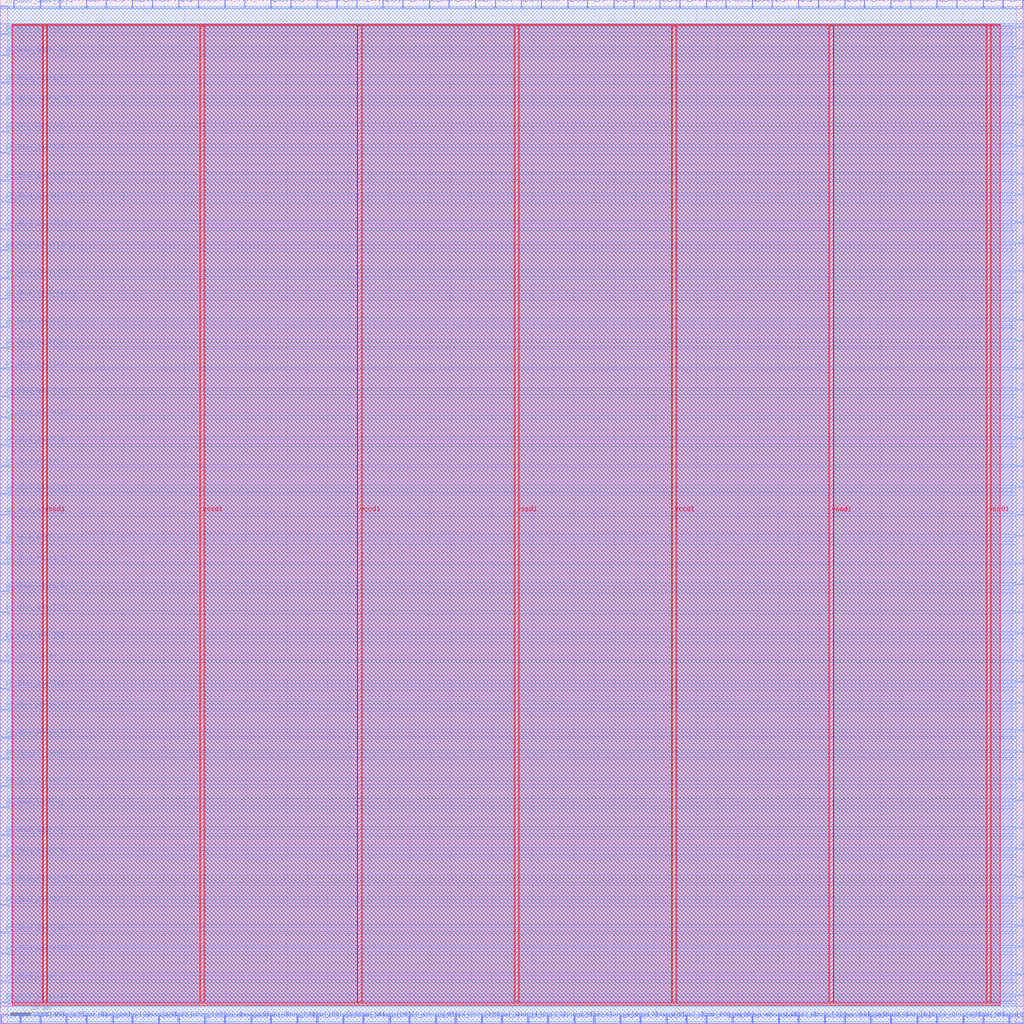
<source format=lef>
VERSION 5.7 ;
  NOWIREEXTENSIONATPIN ON ;
  DIVIDERCHAR "/" ;
  BUSBITCHARS "[]" ;
MACRO Core
  CLASS BLOCK ;
  FOREIGN Core ;
  ORIGIN 0.000 0.000 ;
  SIZE 500.000 BY 500.000 ;
  PIN clock
    DIRECTION INPUT ;
    USE SIGNAL ;
    PORT
      LAYER met2 ;
        RECT 96.690 496.000 96.970 500.000 ;
    END
  END clock
  PIN io_dbus_addr[0]
    DIRECTION OUTPUT TRISTATE ;
    USE SIGNAL ;
    PORT
      LAYER met2 ;
        RECT 492.750 0.000 493.030 4.000 ;
    END
  END io_dbus_addr[0]
  PIN io_dbus_addr[10]
    DIRECTION OUTPUT TRISTATE ;
    USE SIGNAL ;
    PORT
      LAYER met2 ;
        RECT 109.570 0.000 109.850 4.000 ;
    END
  END io_dbus_addr[10]
  PIN io_dbus_addr[11]
    DIRECTION OUTPUT TRISTATE ;
    USE SIGNAL ;
    PORT
      LAYER met2 ;
        RECT 367.170 0.000 367.450 4.000 ;
    END
  END io_dbus_addr[11]
  PIN io_dbus_addr[12]
    DIRECTION OUTPUT TRISTATE ;
    USE SIGNAL ;
    PORT
      LAYER met3 ;
        RECT 496.000 214.240 500.000 214.840 ;
    END
  END io_dbus_addr[12]
  PIN io_dbus_addr[13]
    DIRECTION OUTPUT TRISTATE ;
    USE SIGNAL ;
    PORT
      LAYER met2 ;
        RECT 322.090 496.000 322.370 500.000 ;
    END
  END io_dbus_addr[13]
  PIN io_dbus_addr[14]
    DIRECTION OUTPUT TRISTATE ;
    USE SIGNAL ;
    PORT
      LAYER met2 ;
        RECT 29.070 496.000 29.350 500.000 ;
    END
  END io_dbus_addr[14]
  PIN io_dbus_addr[15]
    DIRECTION OUTPUT TRISTATE ;
    USE SIGNAL ;
    PORT
      LAYER met3 ;
        RECT 0.000 258.440 4.000 259.040 ;
    END
  END io_dbus_addr[15]
  PIN io_dbus_addr[16]
    DIRECTION OUTPUT TRISTATE ;
    USE SIGNAL ;
    PORT
      LAYER met3 ;
        RECT 496.000 37.440 500.000 38.040 ;
    END
  END io_dbus_addr[16]
  PIN io_dbus_addr[17]
    DIRECTION OUTPUT TRISTATE ;
    USE SIGNAL ;
    PORT
      LAYER met2 ;
        RECT 479.870 496.000 480.150 500.000 ;
    END
  END io_dbus_addr[17]
  PIN io_dbus_addr[18]
    DIRECTION OUTPUT TRISTATE ;
    USE SIGNAL ;
    PORT
      LAYER met2 ;
        RECT 41.950 0.000 42.230 4.000 ;
    END
  END io_dbus_addr[18]
  PIN io_dbus_addr[19]
    DIRECTION OUTPUT TRISTATE ;
    USE SIGNAL ;
    PORT
      LAYER met3 ;
        RECT 0.000 282.240 4.000 282.840 ;
    END
  END io_dbus_addr[19]
  PIN io_dbus_addr[1]
    DIRECTION OUTPUT TRISTATE ;
    USE SIGNAL ;
    PORT
      LAYER met2 ;
        RECT 235.150 0.000 235.430 4.000 ;
    END
  END io_dbus_addr[1]
  PIN io_dbus_addr[20]
    DIRECTION OUTPUT TRISTATE ;
    USE SIGNAL ;
    PORT
      LAYER met3 ;
        RECT 0.000 496.440 4.000 497.040 ;
    END
  END io_dbus_addr[20]
  PIN io_dbus_addr[21]
    DIRECTION OUTPUT TRISTATE ;
    USE SIGNAL ;
    PORT
      LAYER met3 ;
        RECT 496.000 85.040 500.000 85.640 ;
    END
  END io_dbus_addr[21]
  PIN io_dbus_addr[22]
    DIRECTION OUTPUT TRISTATE ;
    USE SIGNAL ;
    PORT
      LAYER met2 ;
        RECT 231.930 496.000 232.210 500.000 ;
    END
  END io_dbus_addr[22]
  PIN io_dbus_addr[23]
    DIRECTION OUTPUT TRISTATE ;
    USE SIGNAL ;
    PORT
      LAYER met3 ;
        RECT 496.000 380.840 500.000 381.440 ;
    END
  END io_dbus_addr[23]
  PIN io_dbus_addr[24]
    DIRECTION OUTPUT TRISTATE ;
    USE SIGNAL ;
    PORT
      LAYER met3 ;
        RECT 0.000 472.640 4.000 473.240 ;
    END
  END io_dbus_addr[24]
  PIN io_dbus_addr[25]
    DIRECTION OUTPUT TRISTATE ;
    USE SIGNAL ;
    PORT
      LAYER met2 ;
        RECT 219.050 496.000 219.330 500.000 ;
    END
  END io_dbus_addr[25]
  PIN io_dbus_addr[26]
    DIRECTION OUTPUT TRISTATE ;
    USE SIGNAL ;
    PORT
      LAYER met2 ;
        RECT 286.670 496.000 286.950 500.000 ;
    END
  END io_dbus_addr[26]
  PIN io_dbus_addr[27]
    DIRECTION OUTPUT TRISTATE ;
    USE SIGNAL ;
    PORT
      LAYER met2 ;
        RECT 447.670 0.000 447.950 4.000 ;
    END
  END io_dbus_addr[27]
  PIN io_dbus_addr[28]
    DIRECTION OUTPUT TRISTATE ;
    USE SIGNAL ;
    PORT
      LAYER met3 ;
        RECT 496.000 391.040 500.000 391.640 ;
    END
  END io_dbus_addr[28]
  PIN io_dbus_addr[29]
    DIRECTION OUTPUT TRISTATE ;
    USE SIGNAL ;
    PORT
      LAYER met3 ;
        RECT 0.000 482.840 4.000 483.440 ;
    END
  END io_dbus_addr[29]
  PIN io_dbus_addr[2]
    DIRECTION OUTPUT TRISTATE ;
    USE SIGNAL ;
    PORT
      LAYER met2 ;
        RECT 119.230 496.000 119.510 500.000 ;
    END
  END io_dbus_addr[2]
  PIN io_dbus_addr[30]
    DIRECTION OUTPUT TRISTATE ;
    USE SIGNAL ;
    PORT
      LAYER met3 ;
        RECT 0.000 200.640 4.000 201.240 ;
    END
  END io_dbus_addr[30]
  PIN io_dbus_addr[31]
    DIRECTION OUTPUT TRISTATE ;
    USE SIGNAL ;
    PORT
      LAYER met3 ;
        RECT 0.000 306.040 4.000 306.640 ;
    END
  END io_dbus_addr[31]
  PIN io_dbus_addr[3]
    DIRECTION OUTPUT TRISTATE ;
    USE SIGNAL ;
    PORT
      LAYER met3 ;
        RECT 496.000 47.640 500.000 48.240 ;
    END
  END io_dbus_addr[3]
  PIN io_dbus_addr[4]
    DIRECTION OUTPUT TRISTATE ;
    USE SIGNAL ;
    PORT
      LAYER met3 ;
        RECT 496.000 476.040 500.000 476.640 ;
    END
  END io_dbus_addr[4]
  PIN io_dbus_addr[5]
    DIRECTION OUTPUT TRISTATE ;
    USE SIGNAL ;
    PORT
      LAYER met2 ;
        RECT 64.490 496.000 64.770 500.000 ;
    END
  END io_dbus_addr[5]
  PIN io_dbus_addr[6]
    DIRECTION OUTPUT TRISTATE ;
    USE SIGNAL ;
    PORT
      LAYER met2 ;
        RECT 402.590 0.000 402.870 4.000 ;
    END
  END io_dbus_addr[6]
  PIN io_dbus_addr[7]
    DIRECTION OUTPUT TRISTATE ;
    USE SIGNAL ;
    PORT
      LAYER met3 ;
        RECT 0.000 91.840 4.000 92.440 ;
    END
  END io_dbus_addr[7]
  PIN io_dbus_addr[8]
    DIRECTION OUTPUT TRISTATE ;
    USE SIGNAL ;
    PORT
      LAYER met2 ;
        RECT 425.130 0.000 425.410 4.000 ;
    END
  END io_dbus_addr[8]
  PIN io_dbus_addr[9]
    DIRECTION OUTPUT TRISTATE ;
    USE SIGNAL ;
    PORT
      LAYER met2 ;
        RECT 144.990 0.000 145.270 4.000 ;
    END
  END io_dbus_addr[9]
  PIN io_dbus_ld_type[0]
    DIRECTION OUTPUT TRISTATE ;
    USE SIGNAL ;
    PORT
      LAYER met3 ;
        RECT 0.000 353.640 4.000 354.240 ;
    END
  END io_dbus_ld_type[0]
  PIN io_dbus_ld_type[1]
    DIRECTION OUTPUT TRISTATE ;
    USE SIGNAL ;
    PORT
      LAYER met3 ;
        RECT 496.000 71.440 500.000 72.040 ;
    END
  END io_dbus_ld_type[1]
  PIN io_dbus_ld_type[2]
    DIRECTION OUTPUT TRISTATE ;
    USE SIGNAL ;
    PORT
      LAYER met2 ;
        RECT 389.710 0.000 389.990 4.000 ;
    END
  END io_dbus_ld_type[2]
  PIN io_dbus_rd_en
    DIRECTION OUTPUT TRISTATE ;
    USE SIGNAL ;
    PORT
      LAYER met3 ;
        RECT 0.000 176.840 4.000 177.440 ;
    END
  END io_dbus_rd_en
  PIN io_dbus_rdata[0]
    DIRECTION INPUT ;
    USE SIGNAL ;
    PORT
      LAYER met2 ;
        RECT 41.950 496.000 42.230 500.000 ;
    END
  END io_dbus_rdata[0]
  PIN io_dbus_rdata[10]
    DIRECTION INPUT ;
    USE SIGNAL ;
    PORT
      LAYER met2 ;
        RECT 19.410 496.000 19.690 500.000 ;
    END
  END io_dbus_rdata[10]
  PIN io_dbus_rdata[11]
    DIRECTION INPUT ;
    USE SIGNAL ;
    PORT
      LAYER met2 ;
        RECT 357.510 0.000 357.790 4.000 ;
    END
  END io_dbus_rdata[11]
  PIN io_dbus_rdata[12]
    DIRECTION INPUT ;
    USE SIGNAL ;
    PORT
      LAYER met2 ;
        RECT 444.450 496.000 444.730 500.000 ;
    END
  END io_dbus_rdata[12]
  PIN io_dbus_rdata[13]
    DIRECTION INPUT ;
    USE SIGNAL ;
    PORT
      LAYER met3 ;
        RECT 496.000 319.640 500.000 320.240 ;
    END
  END io_dbus_rdata[13]
  PIN io_dbus_rdata[14]
    DIRECTION INPUT ;
    USE SIGNAL ;
    PORT
      LAYER met2 ;
        RECT 309.210 496.000 309.490 500.000 ;
    END
  END io_dbus_rdata[14]
  PIN io_dbus_rdata[15]
    DIRECTION INPUT ;
    USE SIGNAL ;
    PORT
      LAYER met2 ;
        RECT 399.370 496.000 399.650 500.000 ;
    END
  END io_dbus_rdata[15]
  PIN io_dbus_rdata[16]
    DIRECTION INPUT ;
    USE SIGNAL ;
    PORT
      LAYER met3 ;
        RECT 0.000 224.440 4.000 225.040 ;
    END
  END io_dbus_rdata[16]
  PIN io_dbus_rdata[17]
    DIRECTION INPUT ;
    USE SIGNAL ;
    PORT
      LAYER met2 ;
        RECT 132.110 0.000 132.390 4.000 ;
    END
  END io_dbus_rdata[17]
  PIN io_dbus_rdata[18]
    DIRECTION INPUT ;
    USE SIGNAL ;
    PORT
      LAYER met2 ;
        RECT 457.330 496.000 457.610 500.000 ;
    END
  END io_dbus_rdata[18]
  PIN io_dbus_rdata[19]
    DIRECTION INPUT ;
    USE SIGNAL ;
    PORT
      LAYER met2 ;
        RECT 190.070 0.000 190.350 4.000 ;
    END
  END io_dbus_rdata[19]
  PIN io_dbus_rdata[1]
    DIRECTION INPUT ;
    USE SIGNAL ;
    PORT
      LAYER met2 ;
        RECT 312.430 0.000 312.710 4.000 ;
    END
  END io_dbus_rdata[1]
  PIN io_dbus_rdata[20]
    DIRECTION INPUT ;
    USE SIGNAL ;
    PORT
      LAYER met3 ;
        RECT 496.000 404.640 500.000 405.240 ;
    END
  END io_dbus_rdata[20]
  PIN io_dbus_rdata[21]
    DIRECTION INPUT ;
    USE SIGNAL ;
    PORT
      LAYER met3 ;
        RECT 496.000 272.040 500.000 272.640 ;
    END
  END io_dbus_rdata[21]
  PIN io_dbus_rdata[22]
    DIRECTION INPUT ;
    USE SIGNAL ;
    PORT
      LAYER met2 ;
        RECT 466.990 496.000 467.270 500.000 ;
    END
  END io_dbus_rdata[22]
  PIN io_dbus_rdata[23]
    DIRECTION INPUT ;
    USE SIGNAL ;
    PORT
      LAYER met2 ;
        RECT 209.390 496.000 209.670 500.000 ;
    END
  END io_dbus_rdata[23]
  PIN io_dbus_rdata[24]
    DIRECTION INPUT ;
    USE SIGNAL ;
    PORT
      LAYER met3 ;
        RECT 496.000 248.240 500.000 248.840 ;
    END
  END io_dbus_rdata[24]
  PIN io_dbus_rdata[25]
    DIRECTION INPUT ;
    USE SIGNAL ;
    PORT
      LAYER met2 ;
        RECT 132.110 496.000 132.390 500.000 ;
    END
  END io_dbus_rdata[25]
  PIN io_dbus_rdata[26]
    DIRECTION INPUT ;
    USE SIGNAL ;
    PORT
      LAYER met3 ;
        RECT 0.000 68.040 4.000 68.640 ;
    END
  END io_dbus_rdata[26]
  PIN io_dbus_rdata[27]
    DIRECTION INPUT ;
    USE SIGNAL ;
    PORT
      LAYER met2 ;
        RECT 173.970 496.000 174.250 500.000 ;
    END
  END io_dbus_rdata[27]
  PIN io_dbus_rdata[28]
    DIRECTION INPUT ;
    USE SIGNAL ;
    PORT
      LAYER met3 ;
        RECT 496.000 343.440 500.000 344.040 ;
    END
  END io_dbus_rdata[28]
  PIN io_dbus_rdata[29]
    DIRECTION INPUT ;
    USE SIGNAL ;
    PORT
      LAYER met2 ;
        RECT 334.970 0.000 335.250 4.000 ;
    END
  END io_dbus_rdata[29]
  PIN io_dbus_rdata[2]
    DIRECTION INPUT ;
    USE SIGNAL ;
    PORT
      LAYER met2 ;
        RECT 434.790 496.000 435.070 500.000 ;
    END
  END io_dbus_rdata[2]
  PIN io_dbus_rdata[30]
    DIRECTION INPUT ;
    USE SIGNAL ;
    PORT
      LAYER met2 ;
        RECT 499.190 496.000 499.470 500.000 ;
    END
  END io_dbus_rdata[30]
  PIN io_dbus_rdata[31]
    DIRECTION INPUT ;
    USE SIGNAL ;
    PORT
      LAYER met2 ;
        RECT 186.850 496.000 187.130 500.000 ;
    END
  END io_dbus_rdata[31]
  PIN io_dbus_rdata[3]
    DIRECTION INPUT ;
    USE SIGNAL ;
    PORT
      LAYER met2 ;
        RECT 222.270 0.000 222.550 4.000 ;
    END
  END io_dbus_rdata[3]
  PIN io_dbus_rdata[4]
    DIRECTION INPUT ;
    USE SIGNAL ;
    PORT
      LAYER met3 ;
        RECT 496.000 156.440 500.000 157.040 ;
    END
  END io_dbus_rdata[4]
  PIN io_dbus_rdata[5]
    DIRECTION INPUT ;
    USE SIGNAL ;
    PORT
      LAYER met3 ;
        RECT 496.000 23.840 500.000 24.440 ;
    END
  END io_dbus_rdata[5]
  PIN io_dbus_rdata[6]
    DIRECTION INPUT ;
    USE SIGNAL ;
    PORT
      LAYER met2 ;
        RECT 299.550 496.000 299.830 500.000 ;
    END
  END io_dbus_rdata[6]
  PIN io_dbus_rdata[7]
    DIRECTION INPUT ;
    USE SIGNAL ;
    PORT
      LAYER met3 ;
        RECT 496.000 438.640 500.000 439.240 ;
    END
  END io_dbus_rdata[7]
  PIN io_dbus_rdata[8]
    DIRECTION INPUT ;
    USE SIGNAL ;
    PORT
      LAYER met3 ;
        RECT 496.000 176.840 500.000 177.440 ;
    END
  END io_dbus_rdata[8]
  PIN io_dbus_rdata[9]
    DIRECTION INPUT ;
    USE SIGNAL ;
    PORT
      LAYER met2 ;
        RECT 302.770 0.000 303.050 4.000 ;
    END
  END io_dbus_rdata[9]
  PIN io_dbus_st_type[0]
    DIRECTION OUTPUT TRISTATE ;
    USE SIGNAL ;
    PORT
      LAYER met3 ;
        RECT 0.000 10.240 4.000 10.840 ;
    END
  END io_dbus_st_type[0]
  PIN io_dbus_st_type[1]
    DIRECTION OUTPUT TRISTATE ;
    USE SIGNAL ;
    PORT
      LAYER met2 ;
        RECT 344.630 496.000 344.910 500.000 ;
    END
  END io_dbus_st_type[1]
  PIN io_dbus_valid
    DIRECTION INPUT ;
    USE SIGNAL ;
    PORT
      LAYER met3 ;
        RECT 496.000 452.240 500.000 452.840 ;
    END
  END io_dbus_valid
  PIN io_dbus_wdata[0]
    DIRECTION OUTPUT TRISTATE ;
    USE SIGNAL ;
    PORT
      LAYER met2 ;
        RECT 141.770 496.000 142.050 500.000 ;
    END
  END io_dbus_wdata[0]
  PIN io_dbus_wdata[10]
    DIRECTION OUTPUT TRISTATE ;
    USE SIGNAL ;
    PORT
      LAYER met3 ;
        RECT 496.000 309.440 500.000 310.040 ;
    END
  END io_dbus_wdata[10]
  PIN io_dbus_wdata[11]
    DIRECTION OUTPUT TRISTATE ;
    USE SIGNAL ;
    PORT
      LAYER met2 ;
        RECT 19.410 0.000 19.690 4.000 ;
    END
  END io_dbus_wdata[11]
  PIN io_dbus_wdata[12]
    DIRECTION OUTPUT TRISTATE ;
    USE SIGNAL ;
    PORT
      LAYER met2 ;
        RECT 154.650 0.000 154.930 4.000 ;
    END
  END io_dbus_wdata[12]
  PIN io_dbus_wdata[13]
    DIRECTION OUTPUT TRISTATE ;
    USE SIGNAL ;
    PORT
      LAYER met3 ;
        RECT 0.000 387.640 4.000 388.240 ;
    END
  END io_dbus_wdata[13]
  PIN io_dbus_wdata[14]
    DIRECTION OUTPUT TRISTATE ;
    USE SIGNAL ;
    PORT
      LAYER met2 ;
        RECT 412.250 496.000 412.530 500.000 ;
    END
  END io_dbus_wdata[14]
  PIN io_dbus_wdata[15]
    DIRECTION OUTPUT TRISTATE ;
    USE SIGNAL ;
    PORT
      LAYER met3 ;
        RECT 0.000 139.440 4.000 140.040 ;
    END
  END io_dbus_wdata[15]
  PIN io_dbus_wdata[16]
    DIRECTION OUTPUT TRISTATE ;
    USE SIGNAL ;
    PORT
      LAYER met2 ;
        RECT 457.330 0.000 457.610 4.000 ;
    END
  END io_dbus_wdata[16]
  PIN io_dbus_wdata[17]
    DIRECTION OUTPUT TRISTATE ;
    USE SIGNAL ;
    PORT
      LAYER met3 ;
        RECT 0.000 401.240 4.000 401.840 ;
    END
  END io_dbus_wdata[17]
  PIN io_dbus_wdata[18]
    DIRECTION OUTPUT TRISTATE ;
    USE SIGNAL ;
    PORT
      LAYER met3 ;
        RECT 0.000 34.040 4.000 34.640 ;
    END
  END io_dbus_wdata[18]
  PIN io_dbus_wdata[19]
    DIRECTION OUTPUT TRISTATE ;
    USE SIGNAL ;
    PORT
      LAYER met3 ;
        RECT 496.000 200.640 500.000 201.240 ;
    END
  END io_dbus_wdata[19]
  PIN io_dbus_wdata[1]
    DIRECTION OUTPUT TRISTATE ;
    USE SIGNAL ;
    PORT
      LAYER met3 ;
        RECT 496.000 119.040 500.000 119.640 ;
    END
  END io_dbus_wdata[1]
  PIN io_dbus_wdata[20]
    DIRECTION OUTPUT TRISTATE ;
    USE SIGNAL ;
    PORT
      LAYER met3 ;
        RECT 0.000 377.440 4.000 378.040 ;
    END
  END io_dbus_wdata[20]
  PIN io_dbus_wdata[21]
    DIRECTION OUTPUT TRISTATE ;
    USE SIGNAL ;
    PORT
      LAYER met2 ;
        RECT 196.510 496.000 196.790 500.000 ;
    END
  END io_dbus_wdata[21]
  PIN io_dbus_wdata[22]
    DIRECTION OUTPUT TRISTATE ;
    USE SIGNAL ;
    PORT
      LAYER met2 ;
        RECT 380.050 0.000 380.330 4.000 ;
    END
  END io_dbus_wdata[22]
  PIN io_dbus_wdata[23]
    DIRECTION OUTPUT TRISTATE ;
    USE SIGNAL ;
    PORT
      LAYER met3 ;
        RECT 496.000 414.840 500.000 415.440 ;
    END
  END io_dbus_wdata[23]
  PIN io_dbus_wdata[24]
    DIRECTION OUTPUT TRISTATE ;
    USE SIGNAL ;
    PORT
      LAYER met2 ;
        RECT 167.530 0.000 167.810 4.000 ;
    END
  END io_dbus_wdata[24]
  PIN io_dbus_wdata[25]
    DIRECTION OUTPUT TRISTATE ;
    USE SIGNAL ;
    PORT
      LAYER met3 ;
        RECT 0.000 448.840 4.000 449.440 ;
    END
  END io_dbus_wdata[25]
  PIN io_dbus_wdata[26]
    DIRECTION OUTPUT TRISTATE ;
    USE SIGNAL ;
    PORT
      LAYER met3 ;
        RECT 496.000 357.040 500.000 357.640 ;
    END
  END io_dbus_wdata[26]
  PIN io_dbus_wdata[27]
    DIRECTION OUTPUT TRISTATE ;
    USE SIGNAL ;
    PORT
      LAYER met3 ;
        RECT 496.000 0.040 500.000 0.640 ;
    END
  END io_dbus_wdata[27]
  PIN io_dbus_wdata[28]
    DIRECTION OUTPUT TRISTATE ;
    USE SIGNAL ;
    PORT
      LAYER met3 ;
        RECT 496.000 132.640 500.000 133.240 ;
    END
  END io_dbus_wdata[28]
  PIN io_dbus_wdata[29]
    DIRECTION OUTPUT TRISTATE ;
    USE SIGNAL ;
    PORT
      LAYER met3 ;
        RECT 0.000 295.840 4.000 296.440 ;
    END
  END io_dbus_wdata[29]
  PIN io_dbus_wdata[2]
    DIRECTION OUTPUT TRISTATE ;
    USE SIGNAL ;
    PORT
      LAYER met3 ;
        RECT 496.000 224.440 500.000 225.040 ;
    END
  END io_dbus_wdata[2]
  PIN io_dbus_wdata[30]
    DIRECTION OUTPUT TRISTATE ;
    USE SIGNAL ;
    PORT
      LAYER met2 ;
        RECT 470.210 0.000 470.490 4.000 ;
    END
  END io_dbus_wdata[30]
  PIN io_dbus_wdata[31]
    DIRECTION OUTPUT TRISTATE ;
    USE SIGNAL ;
    PORT
      LAYER met2 ;
        RECT 257.690 0.000 257.970 4.000 ;
    END
  END io_dbus_wdata[31]
  PIN io_dbus_wdata[3]
    DIRECTION OUTPUT TRISTATE ;
    USE SIGNAL ;
    PORT
      LAYER met3 ;
        RECT 496.000 261.840 500.000 262.440 ;
    END
  END io_dbus_wdata[3]
  PIN io_dbus_wdata[4]
    DIRECTION OUTPUT TRISTATE ;
    USE SIGNAL ;
    PORT
      LAYER met3 ;
        RECT 0.000 210.840 4.000 211.440 ;
    END
  END io_dbus_wdata[4]
  PIN io_dbus_wdata[5]
    DIRECTION OUTPUT TRISTATE ;
    USE SIGNAL ;
    PORT
      LAYER met3 ;
        RECT 0.000 153.040 4.000 153.640 ;
    END
  END io_dbus_wdata[5]
  PIN io_dbus_wdata[6]
    DIRECTION OUTPUT TRISTATE ;
    USE SIGNAL ;
    PORT
      LAYER met2 ;
        RECT 264.130 496.000 264.410 500.000 ;
    END
  END io_dbus_wdata[6]
  PIN io_dbus_wdata[7]
    DIRECTION OUTPUT TRISTATE ;
    USE SIGNAL ;
    PORT
      LAYER met3 ;
        RECT 0.000 272.040 4.000 272.640 ;
    END
  END io_dbus_wdata[7]
  PIN io_dbus_wdata[8]
    DIRECTION OUTPUT TRISTATE ;
    USE SIGNAL ;
    PORT
      LAYER met3 ;
        RECT 0.000 459.040 4.000 459.640 ;
    END
  END io_dbus_wdata[8]
  PIN io_dbus_wdata[9]
    DIRECTION OUTPUT TRISTATE ;
    USE SIGNAL ;
    PORT
      LAYER met3 ;
        RECT 496.000 462.440 500.000 463.040 ;
    END
  END io_dbus_wdata[9]
  PIN io_dbus_wr_en
    DIRECTION OUTPUT TRISTATE ;
    USE SIGNAL ;
    PORT
      LAYER met3 ;
        RECT 0.000 20.440 4.000 21.040 ;
    END
  END io_dbus_wr_en
  PIN io_ibus_addr[0]
    DIRECTION OUTPUT TRISTATE ;
    USE SIGNAL ;
    PORT
      LAYER met2 ;
        RECT 277.010 496.000 277.290 500.000 ;
    END
  END io_ibus_addr[0]
  PIN io_ibus_addr[10]
    DIRECTION OUTPUT TRISTATE ;
    USE SIGNAL ;
    PORT
      LAYER met3 ;
        RECT 0.000 234.640 4.000 235.240 ;
    END
  END io_ibus_addr[10]
  PIN io_ibus_addr[11]
    DIRECTION OUTPUT TRISTATE ;
    USE SIGNAL ;
    PORT
      LAYER met2 ;
        RECT 331.750 496.000 332.030 500.000 ;
    END
  END io_ibus_addr[11]
  PIN io_ibus_addr[12]
    DIRECTION OUTPUT TRISTATE ;
    USE SIGNAL ;
    PORT
      LAYER met2 ;
        RECT 9.750 0.000 10.030 4.000 ;
    END
  END io_ibus_addr[12]
  PIN io_ibus_addr[13]
    DIRECTION OUTPUT TRISTATE ;
    USE SIGNAL ;
    PORT
      LAYER met2 ;
        RECT 77.370 0.000 77.650 4.000 ;
    END
  END io_ibus_addr[13]
  PIN io_ibus_addr[14]
    DIRECTION OUTPUT TRISTATE ;
    USE SIGNAL ;
    PORT
      LAYER met3 ;
        RECT 496.000 61.240 500.000 61.840 ;
    END
  END io_ibus_addr[14]
  PIN io_ibus_addr[15]
    DIRECTION OUTPUT TRISTATE ;
    USE SIGNAL ;
    PORT
      LAYER met2 ;
        RECT 212.610 0.000 212.890 4.000 ;
    END
  END io_ibus_addr[15]
  PIN io_ibus_addr[16]
    DIRECTION OUTPUT TRISTATE ;
    USE SIGNAL ;
    PORT
      LAYER met2 ;
        RECT 109.570 496.000 109.850 500.000 ;
    END
  END io_ibus_addr[16]
  PIN io_ibus_addr[17]
    DIRECTION OUTPUT TRISTATE ;
    USE SIGNAL ;
    PORT
      LAYER met2 ;
        RECT 154.650 496.000 154.930 500.000 ;
    END
  END io_ibus_addr[17]
  PIN io_ibus_addr[18]
    DIRECTION OUTPUT TRISTATE ;
    USE SIGNAL ;
    PORT
      LAYER met2 ;
        RECT 376.830 496.000 377.110 500.000 ;
    END
  END io_ibus_addr[18]
  PIN io_ibus_addr[19]
    DIRECTION OUTPUT TRISTATE ;
    USE SIGNAL ;
    PORT
      LAYER met2 ;
        RECT 54.830 0.000 55.110 4.000 ;
    END
  END io_ibus_addr[19]
  PIN io_ibus_addr[1]
    DIRECTION OUTPUT TRISTATE ;
    USE SIGNAL ;
    PORT
      LAYER met3 ;
        RECT 496.000 108.840 500.000 109.440 ;
    END
  END io_ibus_addr[1]
  PIN io_ibus_addr[20]
    DIRECTION OUTPUT TRISTATE ;
    USE SIGNAL ;
    PORT
      LAYER met3 ;
        RECT 496.000 285.640 500.000 286.240 ;
    END
  END io_ibus_addr[20]
  PIN io_ibus_addr[21]
    DIRECTION OUTPUT TRISTATE ;
    USE SIGNAL ;
    PORT
      LAYER met2 ;
        RECT 164.310 496.000 164.590 500.000 ;
    END
  END io_ibus_addr[21]
  PIN io_ibus_addr[22]
    DIRECTION OUTPUT TRISTATE ;
    USE SIGNAL ;
    PORT
      LAYER met3 ;
        RECT 496.000 190.440 500.000 191.040 ;
    END
  END io_ibus_addr[22]
  PIN io_ibus_addr[23]
    DIRECTION OUTPUT TRISTATE ;
    USE SIGNAL ;
    PORT
      LAYER met2 ;
        RECT 51.610 496.000 51.890 500.000 ;
    END
  END io_ibus_addr[23]
  PIN io_ibus_addr[24]
    DIRECTION OUTPUT TRISTATE ;
    USE SIGNAL ;
    PORT
      LAYER met2 ;
        RECT 267.350 0.000 267.630 4.000 ;
    END
  END io_ibus_addr[24]
  PIN io_ibus_addr[25]
    DIRECTION OUTPUT TRISTATE ;
    USE SIGNAL ;
    PORT
      LAYER met3 ;
        RECT 496.000 367.240 500.000 367.840 ;
    END
  END io_ibus_addr[25]
  PIN io_ibus_addr[26]
    DIRECTION OUTPUT TRISTATE ;
    USE SIGNAL ;
    PORT
      LAYER met2 ;
        RECT 389.710 496.000 389.990 500.000 ;
    END
  END io_ibus_addr[26]
  PIN io_ibus_addr[27]
    DIRECTION OUTPUT TRISTATE ;
    USE SIGNAL ;
    PORT
      LAYER met2 ;
        RECT 122.450 0.000 122.730 4.000 ;
    END
  END io_ibus_addr[27]
  PIN io_ibus_addr[28]
    DIRECTION OUTPUT TRISTATE ;
    USE SIGNAL ;
    PORT
      LAYER met3 ;
        RECT 496.000 142.840 500.000 143.440 ;
    END
  END io_ibus_addr[28]
  PIN io_ibus_addr[29]
    DIRECTION OUTPUT TRISTATE ;
    USE SIGNAL ;
    PORT
      LAYER met2 ;
        RECT 325.310 0.000 325.590 4.000 ;
    END
  END io_ibus_addr[29]
  PIN io_ibus_addr[2]
    DIRECTION OUTPUT TRISTATE ;
    USE SIGNAL ;
    PORT
      LAYER met3 ;
        RECT 496.000 13.640 500.000 14.240 ;
    END
  END io_ibus_addr[2]
  PIN io_ibus_addr[30]
    DIRECTION OUTPUT TRISTATE ;
    USE SIGNAL ;
    PORT
      LAYER met2 ;
        RECT 74.150 496.000 74.430 500.000 ;
    END
  END io_ibus_addr[30]
  PIN io_ibus_addr[31]
    DIRECTION OUTPUT TRISTATE ;
    USE SIGNAL ;
    PORT
      LAYER met2 ;
        RECT 412.250 0.000 412.530 4.000 ;
    END
  END io_ibus_addr[31]
  PIN io_ibus_addr[3]
    DIRECTION OUTPUT TRISTATE ;
    USE SIGNAL ;
    PORT
      LAYER met2 ;
        RECT 64.490 0.000 64.770 4.000 ;
    END
  END io_ibus_addr[3]
  PIN io_ibus_addr[4]
    DIRECTION OUTPUT TRISTATE ;
    USE SIGNAL ;
    PORT
      LAYER met2 ;
        RECT 199.730 0.000 200.010 4.000 ;
    END
  END io_ibus_addr[4]
  PIN io_ibus_addr[5]
    DIRECTION OUTPUT TRISTATE ;
    USE SIGNAL ;
    PORT
      LAYER met3 ;
        RECT 0.000 187.040 4.000 187.640 ;
    END
  END io_ibus_addr[5]
  PIN io_ibus_addr[6]
    DIRECTION OUTPUT TRISTATE ;
    USE SIGNAL ;
    PORT
      LAYER met3 ;
        RECT 496.000 428.440 500.000 429.040 ;
    END
  END io_ibus_addr[6]
  PIN io_ibus_addr[7]
    DIRECTION OUTPUT TRISTATE ;
    USE SIGNAL ;
    PORT
      LAYER met3 ;
        RECT 496.000 295.840 500.000 296.440 ;
    END
  END io_ibus_addr[7]
  PIN io_ibus_addr[8]
    DIRECTION OUTPUT TRISTATE ;
    USE SIGNAL ;
    PORT
      LAYER met2 ;
        RECT 434.790 0.000 435.070 4.000 ;
    END
  END io_ibus_addr[8]
  PIN io_ibus_addr[9]
    DIRECTION OUTPUT TRISTATE ;
    USE SIGNAL ;
    PORT
      LAYER met3 ;
        RECT 0.000 248.240 4.000 248.840 ;
    END
  END io_ibus_addr[9]
  PIN io_ibus_inst[0]
    DIRECTION INPUT ;
    USE SIGNAL ;
    PORT
      LAYER met3 ;
        RECT 496.000 166.640 500.000 167.240 ;
    END
  END io_ibus_inst[0]
  PIN io_ibus_inst[10]
    DIRECTION INPUT ;
    USE SIGNAL ;
    PORT
      LAYER met3 ;
        RECT 0.000 329.840 4.000 330.440 ;
    END
  END io_ibus_inst[10]
  PIN io_ibus_inst[11]
    DIRECTION INPUT ;
    USE SIGNAL ;
    PORT
      LAYER met3 ;
        RECT 0.000 163.240 4.000 163.840 ;
    END
  END io_ibus_inst[11]
  PIN io_ibus_inst[12]
    DIRECTION INPUT ;
    USE SIGNAL ;
    PORT
      LAYER met3 ;
        RECT 496.000 486.240 500.000 486.840 ;
    END
  END io_ibus_inst[12]
  PIN io_ibus_inst[13]
    DIRECTION INPUT ;
    USE SIGNAL ;
    PORT
      LAYER met2 ;
        RECT 479.870 0.000 480.150 4.000 ;
    END
  END io_ibus_inst[13]
  PIN io_ibus_inst[14]
    DIRECTION INPUT ;
    USE SIGNAL ;
    PORT
      LAYER met2 ;
        RECT 489.530 496.000 489.810 500.000 ;
    END
  END io_ibus_inst[14]
  PIN io_ibus_inst[15]
    DIRECTION INPUT ;
    USE SIGNAL ;
    PORT
      LAYER met3 ;
        RECT 0.000 340.040 4.000 340.640 ;
    END
  END io_ibus_inst[15]
  PIN io_ibus_inst[16]
    DIRECTION INPUT ;
    USE SIGNAL ;
    PORT
      LAYER met3 ;
        RECT 0.000 363.840 4.000 364.440 ;
    END
  END io_ibus_inst[16]
  PIN io_ibus_inst[17]
    DIRECTION INPUT ;
    USE SIGNAL ;
    PORT
      LAYER met2 ;
        RECT 289.890 0.000 290.170 4.000 ;
    END
  END io_ibus_inst[17]
  PIN io_ibus_inst[18]
    DIRECTION INPUT ;
    USE SIGNAL ;
    PORT
      LAYER met2 ;
        RECT 0.090 0.000 0.370 4.000 ;
    END
  END io_ibus_inst[18]
  PIN io_ibus_inst[19]
    DIRECTION INPUT ;
    USE SIGNAL ;
    PORT
      LAYER met3 ;
        RECT 0.000 44.240 4.000 44.840 ;
    END
  END io_ibus_inst[19]
  PIN io_ibus_inst[1]
    DIRECTION INPUT ;
    USE SIGNAL ;
    PORT
      LAYER met3 ;
        RECT 0.000 411.440 4.000 412.040 ;
    END
  END io_ibus_inst[1]
  PIN io_ibus_inst[20]
    DIRECTION INPUT ;
    USE SIGNAL ;
    PORT
      LAYER met3 ;
        RECT 0.000 57.840 4.000 58.440 ;
    END
  END io_ibus_inst[20]
  PIN io_ibus_inst[21]
    DIRECTION INPUT ;
    USE SIGNAL ;
    PORT
      LAYER met2 ;
        RECT 254.470 496.000 254.750 500.000 ;
    END
  END io_ibus_inst[21]
  PIN io_ibus_inst[22]
    DIRECTION INPUT ;
    USE SIGNAL ;
    PORT
      LAYER met3 ;
        RECT 0.000 319.640 4.000 320.240 ;
    END
  END io_ibus_inst[22]
  PIN io_ibus_inst[23]
    DIRECTION INPUT ;
    USE SIGNAL ;
    PORT
      LAYER met2 ;
        RECT 87.030 0.000 87.310 4.000 ;
    END
  END io_ibus_inst[23]
  PIN io_ibus_inst[24]
    DIRECTION INPUT ;
    USE SIGNAL ;
    PORT
      LAYER met2 ;
        RECT 32.290 0.000 32.570 4.000 ;
    END
  END io_ibus_inst[24]
  PIN io_ibus_inst[25]
    DIRECTION INPUT ;
    USE SIGNAL ;
    PORT
      LAYER met3 ;
        RECT 0.000 81.640 4.000 82.240 ;
    END
  END io_ibus_inst[25]
  PIN io_ibus_inst[26]
    DIRECTION INPUT ;
    USE SIGNAL ;
    PORT
      LAYER met2 ;
        RECT 241.590 496.000 241.870 500.000 ;
    END
  END io_ibus_inst[26]
  PIN io_ibus_inst[27]
    DIRECTION INPUT ;
    USE SIGNAL ;
    PORT
      LAYER met2 ;
        RECT 244.810 0.000 245.090 4.000 ;
    END
  END io_ibus_inst[27]
  PIN io_ibus_inst[28]
    DIRECTION INPUT ;
    USE SIGNAL ;
    PORT
      LAYER met2 ;
        RECT 421.910 496.000 422.190 500.000 ;
    END
  END io_ibus_inst[28]
  PIN io_ibus_inst[29]
    DIRECTION INPUT ;
    USE SIGNAL ;
    PORT
      LAYER met3 ;
        RECT 496.000 95.240 500.000 95.840 ;
    END
  END io_ibus_inst[29]
  PIN io_ibus_inst[2]
    DIRECTION INPUT ;
    USE SIGNAL ;
    PORT
      LAYER met3 ;
        RECT 0.000 425.040 4.000 425.640 ;
    END
  END io_ibus_inst[2]
  PIN io_ibus_inst[30]
    DIRECTION INPUT ;
    USE SIGNAL ;
    PORT
      LAYER met3 ;
        RECT 0.000 115.640 4.000 116.240 ;
    END
  END io_ibus_inst[30]
  PIN io_ibus_inst[31]
    DIRECTION INPUT ;
    USE SIGNAL ;
    PORT
      LAYER met2 ;
        RECT 99.910 0.000 100.190 4.000 ;
    END
  END io_ibus_inst[31]
  PIN io_ibus_inst[3]
    DIRECTION INPUT ;
    USE SIGNAL ;
    PORT
      LAYER met2 ;
        RECT 177.190 0.000 177.470 4.000 ;
    END
  END io_ibus_inst[3]
  PIN io_ibus_inst[4]
    DIRECTION INPUT ;
    USE SIGNAL ;
    PORT
      LAYER met3 ;
        RECT 0.000 105.440 4.000 106.040 ;
    END
  END io_ibus_inst[4]
  PIN io_ibus_inst[5]
    DIRECTION INPUT ;
    USE SIGNAL ;
    PORT
      LAYER met3 ;
        RECT 496.000 333.240 500.000 333.840 ;
    END
  END io_ibus_inst[5]
  PIN io_ibus_inst[6]
    DIRECTION INPUT ;
    USE SIGNAL ;
    PORT
      LAYER met2 ;
        RECT 280.230 0.000 280.510 4.000 ;
    END
  END io_ibus_inst[6]
  PIN io_ibus_inst[7]
    DIRECTION INPUT ;
    USE SIGNAL ;
    PORT
      LAYER met2 ;
        RECT 367.170 496.000 367.450 500.000 ;
    END
  END io_ibus_inst[7]
  PIN io_ibus_inst[8]
    DIRECTION INPUT ;
    USE SIGNAL ;
    PORT
      LAYER met2 ;
        RECT 354.290 496.000 354.570 500.000 ;
    END
  END io_ibus_inst[8]
  PIN io_ibus_inst[9]
    DIRECTION INPUT ;
    USE SIGNAL ;
    PORT
      LAYER met2 ;
        RECT 6.530 496.000 6.810 500.000 ;
    END
  END io_ibus_inst[9]
  PIN io_ibus_valid
    DIRECTION INPUT ;
    USE SIGNAL ;
    PORT
      LAYER met2 ;
        RECT 87.030 496.000 87.310 500.000 ;
    END
  END io_ibus_valid
  PIN io_irq_motor_irq
    DIRECTION INPUT ;
    USE SIGNAL ;
    PORT
      LAYER met2 ;
        RECT 344.630 0.000 344.910 4.000 ;
    END
  END io_irq_motor_irq
  PIN io_irq_spi_irq
    DIRECTION INPUT ;
    USE SIGNAL ;
    PORT
      LAYER met3 ;
        RECT 0.000 129.240 4.000 129.840 ;
    END
  END io_irq_spi_irq
  PIN io_irq_uart_irq
    DIRECTION INPUT ;
    USE SIGNAL ;
    PORT
      LAYER met3 ;
        RECT 0.000 435.240 4.000 435.840 ;
    END
  END io_irq_uart_irq
  PIN reset
    DIRECTION INPUT ;
    USE SIGNAL ;
    PORT
      LAYER met3 ;
        RECT 496.000 238.040 500.000 238.640 ;
    END
  END reset
  PIN vccd1
    DIRECTION INPUT ;
    USE POWER ;
    PORT
      LAYER met4 ;
        RECT 21.040 10.640 22.640 487.120 ;
    END
    PORT
      LAYER met4 ;
        RECT 174.640 10.640 176.240 487.120 ;
    END
    PORT
      LAYER met4 ;
        RECT 328.240 10.640 329.840 487.120 ;
    END
    PORT
      LAYER met4 ;
        RECT 481.840 10.640 483.440 487.120 ;
    END
  END vccd1
  PIN vssd1
    DIRECTION INPUT ;
    USE GROUND ;
    PORT
      LAYER met4 ;
        RECT 97.840 10.640 99.440 487.120 ;
    END
    PORT
      LAYER met4 ;
        RECT 251.440 10.640 253.040 487.120 ;
    END
    PORT
      LAYER met4 ;
        RECT 405.040 10.640 406.640 487.120 ;
    END
  END vssd1
  OBS
      LAYER li1 ;
        RECT 5.520 10.795 494.040 486.965 ;
      LAYER met1 ;
        RECT 0.070 8.540 499.490 488.200 ;
      LAYER met2 ;
        RECT 0.100 495.720 6.250 496.925 ;
        RECT 7.090 495.720 19.130 496.925 ;
        RECT 19.970 495.720 28.790 496.925 ;
        RECT 29.630 495.720 41.670 496.925 ;
        RECT 42.510 495.720 51.330 496.925 ;
        RECT 52.170 495.720 64.210 496.925 ;
        RECT 65.050 495.720 73.870 496.925 ;
        RECT 74.710 495.720 86.750 496.925 ;
        RECT 87.590 495.720 96.410 496.925 ;
        RECT 97.250 495.720 109.290 496.925 ;
        RECT 110.130 495.720 118.950 496.925 ;
        RECT 119.790 495.720 131.830 496.925 ;
        RECT 132.670 495.720 141.490 496.925 ;
        RECT 142.330 495.720 154.370 496.925 ;
        RECT 155.210 495.720 164.030 496.925 ;
        RECT 164.870 495.720 173.690 496.925 ;
        RECT 174.530 495.720 186.570 496.925 ;
        RECT 187.410 495.720 196.230 496.925 ;
        RECT 197.070 495.720 209.110 496.925 ;
        RECT 209.950 495.720 218.770 496.925 ;
        RECT 219.610 495.720 231.650 496.925 ;
        RECT 232.490 495.720 241.310 496.925 ;
        RECT 242.150 495.720 254.190 496.925 ;
        RECT 255.030 495.720 263.850 496.925 ;
        RECT 264.690 495.720 276.730 496.925 ;
        RECT 277.570 495.720 286.390 496.925 ;
        RECT 287.230 495.720 299.270 496.925 ;
        RECT 300.110 495.720 308.930 496.925 ;
        RECT 309.770 495.720 321.810 496.925 ;
        RECT 322.650 495.720 331.470 496.925 ;
        RECT 332.310 495.720 344.350 496.925 ;
        RECT 345.190 495.720 354.010 496.925 ;
        RECT 354.850 495.720 366.890 496.925 ;
        RECT 367.730 495.720 376.550 496.925 ;
        RECT 377.390 495.720 389.430 496.925 ;
        RECT 390.270 495.720 399.090 496.925 ;
        RECT 399.930 495.720 411.970 496.925 ;
        RECT 412.810 495.720 421.630 496.925 ;
        RECT 422.470 495.720 434.510 496.925 ;
        RECT 435.350 495.720 444.170 496.925 ;
        RECT 445.010 495.720 457.050 496.925 ;
        RECT 457.890 495.720 466.710 496.925 ;
        RECT 467.550 495.720 479.590 496.925 ;
        RECT 480.430 495.720 489.250 496.925 ;
        RECT 490.090 495.720 498.910 496.925 ;
        RECT 0.100 4.280 499.460 495.720 ;
        RECT 0.650 0.155 9.470 4.280 ;
        RECT 10.310 0.155 19.130 4.280 ;
        RECT 19.970 0.155 32.010 4.280 ;
        RECT 32.850 0.155 41.670 4.280 ;
        RECT 42.510 0.155 54.550 4.280 ;
        RECT 55.390 0.155 64.210 4.280 ;
        RECT 65.050 0.155 77.090 4.280 ;
        RECT 77.930 0.155 86.750 4.280 ;
        RECT 87.590 0.155 99.630 4.280 ;
        RECT 100.470 0.155 109.290 4.280 ;
        RECT 110.130 0.155 122.170 4.280 ;
        RECT 123.010 0.155 131.830 4.280 ;
        RECT 132.670 0.155 144.710 4.280 ;
        RECT 145.550 0.155 154.370 4.280 ;
        RECT 155.210 0.155 167.250 4.280 ;
        RECT 168.090 0.155 176.910 4.280 ;
        RECT 177.750 0.155 189.790 4.280 ;
        RECT 190.630 0.155 199.450 4.280 ;
        RECT 200.290 0.155 212.330 4.280 ;
        RECT 213.170 0.155 221.990 4.280 ;
        RECT 222.830 0.155 234.870 4.280 ;
        RECT 235.710 0.155 244.530 4.280 ;
        RECT 245.370 0.155 257.410 4.280 ;
        RECT 258.250 0.155 267.070 4.280 ;
        RECT 267.910 0.155 279.950 4.280 ;
        RECT 280.790 0.155 289.610 4.280 ;
        RECT 290.450 0.155 302.490 4.280 ;
        RECT 303.330 0.155 312.150 4.280 ;
        RECT 312.990 0.155 325.030 4.280 ;
        RECT 325.870 0.155 334.690 4.280 ;
        RECT 335.530 0.155 344.350 4.280 ;
        RECT 345.190 0.155 357.230 4.280 ;
        RECT 358.070 0.155 366.890 4.280 ;
        RECT 367.730 0.155 379.770 4.280 ;
        RECT 380.610 0.155 389.430 4.280 ;
        RECT 390.270 0.155 402.310 4.280 ;
        RECT 403.150 0.155 411.970 4.280 ;
        RECT 412.810 0.155 424.850 4.280 ;
        RECT 425.690 0.155 434.510 4.280 ;
        RECT 435.350 0.155 447.390 4.280 ;
        RECT 448.230 0.155 457.050 4.280 ;
        RECT 457.890 0.155 469.930 4.280 ;
        RECT 470.770 0.155 479.590 4.280 ;
        RECT 480.430 0.155 492.470 4.280 ;
        RECT 493.310 0.155 499.460 4.280 ;
      LAYER met3 ;
        RECT 4.400 496.040 496.000 496.905 ;
        RECT 3.745 487.240 496.000 496.040 ;
        RECT 3.745 485.840 495.600 487.240 ;
        RECT 3.745 483.840 496.000 485.840 ;
        RECT 4.400 482.440 496.000 483.840 ;
        RECT 3.745 477.040 496.000 482.440 ;
        RECT 3.745 475.640 495.600 477.040 ;
        RECT 3.745 473.640 496.000 475.640 ;
        RECT 4.400 472.240 496.000 473.640 ;
        RECT 3.745 463.440 496.000 472.240 ;
        RECT 3.745 462.040 495.600 463.440 ;
        RECT 3.745 460.040 496.000 462.040 ;
        RECT 4.400 458.640 496.000 460.040 ;
        RECT 3.745 453.240 496.000 458.640 ;
        RECT 3.745 451.840 495.600 453.240 ;
        RECT 3.745 449.840 496.000 451.840 ;
        RECT 4.400 448.440 496.000 449.840 ;
        RECT 3.745 439.640 496.000 448.440 ;
        RECT 3.745 438.240 495.600 439.640 ;
        RECT 3.745 436.240 496.000 438.240 ;
        RECT 4.400 434.840 496.000 436.240 ;
        RECT 3.745 429.440 496.000 434.840 ;
        RECT 3.745 428.040 495.600 429.440 ;
        RECT 3.745 426.040 496.000 428.040 ;
        RECT 4.400 424.640 496.000 426.040 ;
        RECT 3.745 415.840 496.000 424.640 ;
        RECT 3.745 414.440 495.600 415.840 ;
        RECT 3.745 412.440 496.000 414.440 ;
        RECT 4.400 411.040 496.000 412.440 ;
        RECT 3.745 405.640 496.000 411.040 ;
        RECT 3.745 404.240 495.600 405.640 ;
        RECT 3.745 402.240 496.000 404.240 ;
        RECT 4.400 400.840 496.000 402.240 ;
        RECT 3.745 392.040 496.000 400.840 ;
        RECT 3.745 390.640 495.600 392.040 ;
        RECT 3.745 388.640 496.000 390.640 ;
        RECT 4.400 387.240 496.000 388.640 ;
        RECT 3.745 381.840 496.000 387.240 ;
        RECT 3.745 380.440 495.600 381.840 ;
        RECT 3.745 378.440 496.000 380.440 ;
        RECT 4.400 377.040 496.000 378.440 ;
        RECT 3.745 368.240 496.000 377.040 ;
        RECT 3.745 366.840 495.600 368.240 ;
        RECT 3.745 364.840 496.000 366.840 ;
        RECT 4.400 363.440 496.000 364.840 ;
        RECT 3.745 358.040 496.000 363.440 ;
        RECT 3.745 356.640 495.600 358.040 ;
        RECT 3.745 354.640 496.000 356.640 ;
        RECT 4.400 353.240 496.000 354.640 ;
        RECT 3.745 344.440 496.000 353.240 ;
        RECT 3.745 343.040 495.600 344.440 ;
        RECT 3.745 341.040 496.000 343.040 ;
        RECT 4.400 339.640 496.000 341.040 ;
        RECT 3.745 334.240 496.000 339.640 ;
        RECT 3.745 332.840 495.600 334.240 ;
        RECT 3.745 330.840 496.000 332.840 ;
        RECT 4.400 329.440 496.000 330.840 ;
        RECT 3.745 320.640 496.000 329.440 ;
        RECT 4.400 319.240 495.600 320.640 ;
        RECT 3.745 310.440 496.000 319.240 ;
        RECT 3.745 309.040 495.600 310.440 ;
        RECT 3.745 307.040 496.000 309.040 ;
        RECT 4.400 305.640 496.000 307.040 ;
        RECT 3.745 296.840 496.000 305.640 ;
        RECT 4.400 295.440 495.600 296.840 ;
        RECT 3.745 286.640 496.000 295.440 ;
        RECT 3.745 285.240 495.600 286.640 ;
        RECT 3.745 283.240 496.000 285.240 ;
        RECT 4.400 281.840 496.000 283.240 ;
        RECT 3.745 273.040 496.000 281.840 ;
        RECT 4.400 271.640 495.600 273.040 ;
        RECT 3.745 262.840 496.000 271.640 ;
        RECT 3.745 261.440 495.600 262.840 ;
        RECT 3.745 259.440 496.000 261.440 ;
        RECT 4.400 258.040 496.000 259.440 ;
        RECT 3.745 249.240 496.000 258.040 ;
        RECT 4.400 247.840 495.600 249.240 ;
        RECT 3.745 239.040 496.000 247.840 ;
        RECT 3.745 237.640 495.600 239.040 ;
        RECT 3.745 235.640 496.000 237.640 ;
        RECT 4.400 234.240 496.000 235.640 ;
        RECT 3.745 225.440 496.000 234.240 ;
        RECT 4.400 224.040 495.600 225.440 ;
        RECT 3.745 215.240 496.000 224.040 ;
        RECT 3.745 213.840 495.600 215.240 ;
        RECT 3.745 211.840 496.000 213.840 ;
        RECT 4.400 210.440 496.000 211.840 ;
        RECT 3.745 201.640 496.000 210.440 ;
        RECT 4.400 200.240 495.600 201.640 ;
        RECT 3.745 191.440 496.000 200.240 ;
        RECT 3.745 190.040 495.600 191.440 ;
        RECT 3.745 188.040 496.000 190.040 ;
        RECT 4.400 186.640 496.000 188.040 ;
        RECT 3.745 177.840 496.000 186.640 ;
        RECT 4.400 176.440 495.600 177.840 ;
        RECT 3.745 167.640 496.000 176.440 ;
        RECT 3.745 166.240 495.600 167.640 ;
        RECT 3.745 164.240 496.000 166.240 ;
        RECT 4.400 162.840 496.000 164.240 ;
        RECT 3.745 157.440 496.000 162.840 ;
        RECT 3.745 156.040 495.600 157.440 ;
        RECT 3.745 154.040 496.000 156.040 ;
        RECT 4.400 152.640 496.000 154.040 ;
        RECT 3.745 143.840 496.000 152.640 ;
        RECT 3.745 142.440 495.600 143.840 ;
        RECT 3.745 140.440 496.000 142.440 ;
        RECT 4.400 139.040 496.000 140.440 ;
        RECT 3.745 133.640 496.000 139.040 ;
        RECT 3.745 132.240 495.600 133.640 ;
        RECT 3.745 130.240 496.000 132.240 ;
        RECT 4.400 128.840 496.000 130.240 ;
        RECT 3.745 120.040 496.000 128.840 ;
        RECT 3.745 118.640 495.600 120.040 ;
        RECT 3.745 116.640 496.000 118.640 ;
        RECT 4.400 115.240 496.000 116.640 ;
        RECT 3.745 109.840 496.000 115.240 ;
        RECT 3.745 108.440 495.600 109.840 ;
        RECT 3.745 106.440 496.000 108.440 ;
        RECT 4.400 105.040 496.000 106.440 ;
        RECT 3.745 96.240 496.000 105.040 ;
        RECT 3.745 94.840 495.600 96.240 ;
        RECT 3.745 92.840 496.000 94.840 ;
        RECT 4.400 91.440 496.000 92.840 ;
        RECT 3.745 86.040 496.000 91.440 ;
        RECT 3.745 84.640 495.600 86.040 ;
        RECT 3.745 82.640 496.000 84.640 ;
        RECT 4.400 81.240 496.000 82.640 ;
        RECT 3.745 72.440 496.000 81.240 ;
        RECT 3.745 71.040 495.600 72.440 ;
        RECT 3.745 69.040 496.000 71.040 ;
        RECT 4.400 67.640 496.000 69.040 ;
        RECT 3.745 62.240 496.000 67.640 ;
        RECT 3.745 60.840 495.600 62.240 ;
        RECT 3.745 58.840 496.000 60.840 ;
        RECT 4.400 57.440 496.000 58.840 ;
        RECT 3.745 48.640 496.000 57.440 ;
        RECT 3.745 47.240 495.600 48.640 ;
        RECT 3.745 45.240 496.000 47.240 ;
        RECT 4.400 43.840 496.000 45.240 ;
        RECT 3.745 38.440 496.000 43.840 ;
        RECT 3.745 37.040 495.600 38.440 ;
        RECT 3.745 35.040 496.000 37.040 ;
        RECT 4.400 33.640 496.000 35.040 ;
        RECT 3.745 24.840 496.000 33.640 ;
        RECT 3.745 23.440 495.600 24.840 ;
        RECT 3.745 21.440 496.000 23.440 ;
        RECT 4.400 20.040 496.000 21.440 ;
        RECT 3.745 14.640 496.000 20.040 ;
        RECT 3.745 13.240 495.600 14.640 ;
        RECT 3.745 11.240 496.000 13.240 ;
        RECT 4.400 9.840 496.000 11.240 ;
        RECT 3.745 1.040 496.000 9.840 ;
        RECT 3.745 0.175 495.600 1.040 ;
      LAYER met4 ;
        RECT 5.815 487.520 488.225 488.065 ;
        RECT 5.815 10.240 20.640 487.520 ;
        RECT 23.040 10.240 97.440 487.520 ;
        RECT 99.840 10.240 174.240 487.520 ;
        RECT 176.640 10.240 251.040 487.520 ;
        RECT 253.440 10.240 327.840 487.520 ;
        RECT 330.240 10.240 404.640 487.520 ;
        RECT 407.040 10.240 481.440 487.520 ;
        RECT 483.840 10.240 488.225 487.520 ;
        RECT 5.815 9.015 488.225 10.240 ;
  END
END Core
END LIBRARY


</source>
